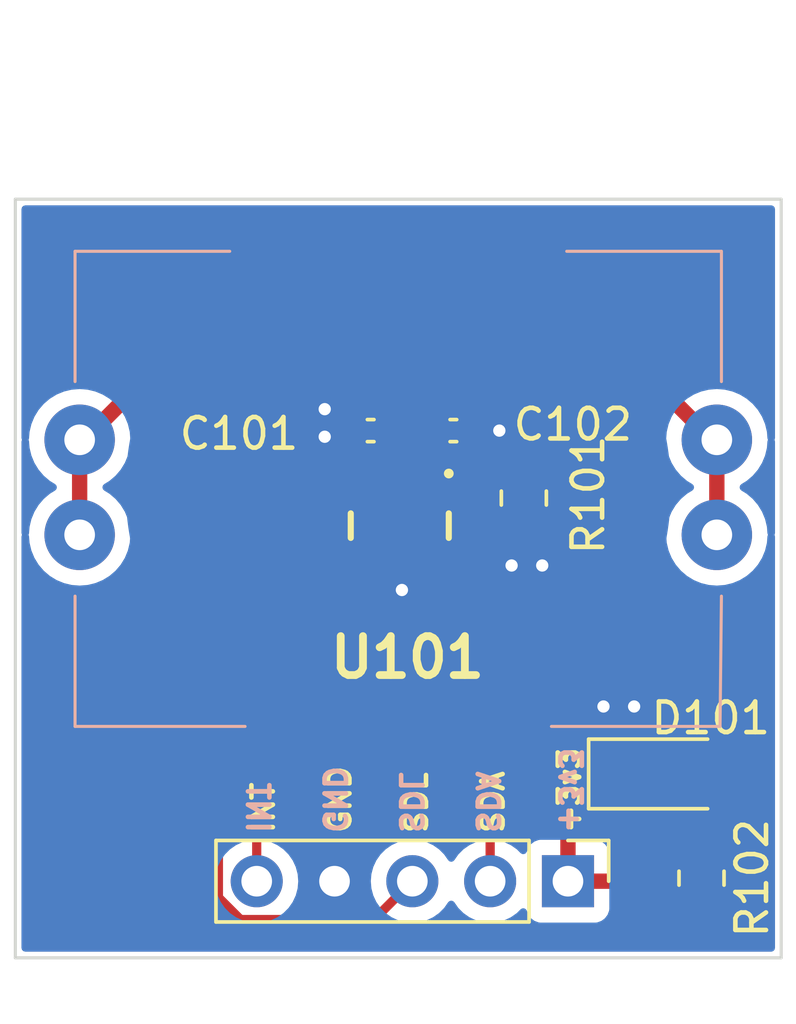
<source format=kicad_pcb>
(kicad_pcb (version 20221018) (generator pcbnew)
  (layers (0 "F.Cu" signal) (31 "B.Cu" signal) (34 "B.Paste" user) (35 "F.Paste" user) (36 "B.SilkS" user "B.Silkscreen") (37 "F.SilkS" user "F.Silkscreen") (38 "B.Mask" user) (39 "F.Mask" user) (44 "Edge.Cuts" user))
  (net 0 "")
  (net 1 "VDC")
  (net 2 "GND")
  (net 3 "+3.3V")
  (net 4 "Net-(D101-A)")
  (net 5 "/SDA")
  (net 6 "/SDL")
  (net 7 "/INT")
  (net 8 "Net-(U101-FOE)")
  (footprint "JDMC:ECSRTC32255699C3TR" (layer "F.Cu") (at 146.05 60.9 180)
    (fp_text reference "U101" (at -0.25 -4.3) (layer "F.SilkS") (effects (font (size 1.27 1.27) (thickness 0.254))))
    (fp_text value "ECS-RTC-3225-5699C3-TR" hide)
    (fp_line (start -1.6 -0.4) (end -1.6 0.4) (stroke (width 0.2)) (layer "F.SilkS"))
    (fp_line (start 1.6 -0.4) (end 1.6 0.4) (stroke (width 0.2)) (layer "F.SilkS"))
    (fp_circle (center -1.6 1.7) (end -1.5 1.7) (stroke (width 0.12)) (fill solid) (layer "F.SilkS"))
    (pad "1" smd rect (at -1.55 1 180) (size 0.7 0.9) (layers "F.Cu" "F.Paste" "F.Mask") (net 8 "Net-(U101-FOE)"))
    (pad "2" smd rect (at -0.7 1 180) (size 0.4 0.9) (layers "F.Cu" "F.Paste" "F.Mask") (net 3 "+3.3V"))
    (pad "3" smd rect (at 0 1 180) (size 0.4 0.9) (layers "F.Cu" "F.Paste" "F.Mask") (net 1 "VDC"))
    (pad "4" smd rect (at 0.7 1 180) (size 0.4 0.9) (layers "F.Cu" "F.Paste" "F.Mask"))
    (pad "5" smd rect (at 1.55 1 180) (size 0.7 0.9) (layers "F.Cu" "F.Paste" "F.Mask") (net 6 "/SDL"))
    (pad "6" smd rect (at 1.55 -1 180) (size 0.7 0.9) (layers "F.Cu" "F.Paste" "F.Mask"))
    (pad "7" smd rect (at 0.7 -1 180) (size 0.4 0.9) (layers "F.Cu" "F.Paste" "F.Mask") (net 5 "/SDA"))
    (pad "8" smd rect (at 0 -1 180) (size 0.4 0.9) (layers "F.Cu" "F.Paste" "F.Mask"))
    (pad "9" smd rect (at -0.7 -1 180) (size 0.4 0.9) (layers "F.Cu" "F.Paste" "F.Mask") (net 2 "GND"))
    (pad "10" smd rect (at -1.55 -1 180) (size 0.7 0.9) (layers "F.Cu" "F.Paste" "F.Mask") (net 7 "/INT"))
  )
  (footprint "Resistor_SMD:R_0805_2012Metric" (layer "F.Cu") (at 155.9 72.4 -90)
    (fp_text reference "R102" (at 0 -1.65 90) (layer "F.SilkS"))
    (fp_text value "2k2")
    (fp_line (start -0.227064 -0.735) (end 0.227064 -0.735) (stroke (width 0.12)) (layer "F.SilkS"))
    (fp_line (start -0.227064 0.735) (end 0.227064 0.735) (stroke (width 0.12)) (layer "F.SilkS"))
    (pad "1" smd roundrect (at -0.9125 0 270) (size 1.025 1.4) (layers "F.Cu" "F.Paste" "F.Mask") (roundrect_rratio 0.243902) (net 4 "Net-(D101-A)"))
    (pad "2" smd roundrect (at 0.9125 0 270) (size 1.025 1.4) (layers "F.Cu" "F.Paste" "F.Mask") (roundrect_rratio 0.243902) (net 3 "+3.3V"))
  )
  (footprint "Capacitor_SMD:C_0402_1005Metric" (layer "F.Cu") (at 147.8 57.8)
    (fp_text reference "C102" (at 3.9 -0.2) (layer "F.SilkS"))
    (fp_text value "100nF")
    (fp_line (start -0.107836 -0.36) (end 0.107836 -0.36) (stroke (width 0.12)) (layer "F.SilkS"))
    (fp_line (start -0.107836 0.36) (end 0.107836 0.36) (stroke (width 0.12)) (layer "F.SilkS"))
    (pad "1" smd roundrect (at -0.48 0) (size 0.56 0.62) (layers "F.Cu" "F.Paste" "F.Mask") (net 3 "+3.3V"))
    (pad "2" smd roundrect (at 0.48 0) (size 0.56 0.62) (layers "F.Cu" "F.Paste" "F.Mask") (net 2 "GND"))
  )
  (footprint "Connector_PinHeader_2.54mm:PinHeader_1x05_P2.54mm_Vertical" (layer "F.Cu") (at 151.54 72.5 -90)
    (fp_text reference "J101" hide)
    (fp_text value "Conn_01x05")
    (fp_line (start -1.33 -1.33) (end 0 -1.33) (stroke (width 0.12)) (layer "F.SilkS"))
    (fp_line (start -1.33 0) (end -1.33 -1.33) (stroke (width 0.12)) (layer "F.SilkS"))
    (fp_line (start -1.33 1.27) (end -1.33 11.49) (stroke (width 0.12)) (layer "F.SilkS"))
    (fp_line (start -1.33 1.27) (end 1.33 1.27) (stroke (width 0.12)) (layer "F.SilkS"))
    (fp_line (start -1.33 11.49) (end 1.33 11.49) (stroke (width 0.12)) (layer "F.SilkS"))
    (fp_line (start 1.33 1.27) (end 1.33 11.49) (stroke (width 0.12)) (layer "F.SilkS"))
    (pad "1" thru_hole rect (at 0 0 270) (size 1.7 1.7) (drill 1) (layers "*.Cu" "*.Mask") (net 3 "+3.3V"))
    (pad "2" thru_hole oval (at 0 2.54 270) (size 1.7 1.7) (drill 1) (layers "*.Cu" "*.Mask") (net 5 "/SDA"))
    (pad "3" thru_hole oval (at 0 5.08 270) (size 1.7 1.7) (drill 1) (layers "*.Cu" "*.Mask") (net 6 "/SDL"))
    (pad "4" thru_hole oval (at 0 7.62 270) (size 1.7 1.7) (drill 1) (layers "*.Cu" "*.Mask") (net 2 "GND"))
    (pad "5" thru_hole oval (at 0 10.16 270) (size 1.7 1.7) (drill 1) (layers "*.Cu" "*.Mask") (net 7 "/INT"))
  )
  (footprint "LED_SMD:LED_1206_3216Metric" (layer "F.Cu") (at 154.5 69)
    (fp_text reference "D101" (at 1.7 -1.82) (layer "F.SilkS"))
    (fp_text value "LED_Small")
    (fp_line (start -2.285 -1.135) (end -2.285 1.135) (stroke (width 0.12)) (layer "F.SilkS"))
    (fp_line (start -2.285 1.135) (end 1.6 1.135) (stroke (width 0.12)) (layer "F.SilkS"))
    (fp_line (start 1.6 -1.135) (end -2.285 -1.135) (stroke (width 0.12)) (layer "F.SilkS"))
    (pad "1" smd roundrect (at -1.4 0) (size 1.25 1.75) (layers "F.Cu" "F.Paste" "F.Mask") (roundrect_rratio 0.2) (net 2 "GND"))
    (pad "2" smd roundrect (at 1.4 0) (size 1.25 1.75) (layers "F.Cu" "F.Paste" "F.Mask") (roundrect_rratio 0.2) (net 4 "Net-(D101-A)"))
  )
  (footprint "Capacitor_SMD:C_0402_1005Metric" (layer "F.Cu") (at 145.1 57.8 180)
    (fp_text reference "C101" (at 4.3 -0.1) (layer "F.SilkS"))
    (fp_text value "100nF")
    (fp_line (start -0.107836 -0.36) (end 0.107836 -0.36) (stroke (width 0.12)) (layer "F.SilkS"))
    (fp_line (start -0.107836 0.36) (end 0.107836 0.36) (stroke (width 0.12)) (layer "F.SilkS"))
    (pad "1" smd roundrect (at -0.48 0 180) (size 0.56 0.62) (layers "F.Cu" "F.Paste" "F.Mask") (net 1 "VDC"))
    (pad "2" smd roundrect (at 0.48 0 180) (size 0.56 0.62) (layers "F.Cu" "F.Paste" "F.Mask") (net 2 "GND"))
  )
  (footprint "Resistor_SMD:R_0805_2012Metric" (layer "F.Cu") (at 150.1 60 -90)
    (fp_text reference "R101" (at -0.1 -2.1 90) (layer "F.SilkS"))
    (fp_text value "10k")
    (fp_line (start -0.227064 -0.735) (end 0.227064 -0.735) (stroke (width 0.12)) (layer "F.SilkS"))
    (fp_line (start -0.227064 0.735) (end 0.227064 0.735) (stroke (width 0.12)) (layer "F.SilkS"))
    (pad "1" smd roundrect (at -0.9125 0 270) (size 1.025 1.4) (layers "F.Cu" "F.Paste" "F.Mask") (roundrect_rratio 0.243902) (net 8 "Net-(U101-FOE)"))
    (pad "2" smd roundrect (at 0.9125 0 270) (size 1.025 1.4) (layers "F.Cu" "F.Paste" "F.Mask") (roundrect_rratio 0.243902) (net 2 "GND"))
  )
  (footprint "JDMC:BATHLD001THM" (layer "B.Cu") (at 146 59.7)
    (fp_text reference "U102" hide)
    (fp_text value "BAT-HLD-001-THM" hide)
    (fp_line (start -10.55 -7.75) (end -5.5 -7.75) (stroke (width 0.1)) (layer "B.SilkS"))
    (fp_line (start -10.55 -3.5) (end -10.55 -7.75) (stroke (width 0.1)) (layer "B.SilkS"))
    (fp_line (start -10.55 7.75) (end -10.55 3.5) (stroke (width 0.1)) (layer "B.SilkS"))
    (fp_line (start -5 7.75) (end -10.55 7.75) (stroke (width 0.1)) (layer "B.SilkS"))
    (fp_line (start 5 7.75) (end 10.505 7.75) (stroke (width 0.1)) (layer "B.SilkS"))
    (fp_line (start 10.505 7.75) (end 10.55 3.5) (stroke (width 0.1)) (layer "B.SilkS"))
    (fp_line (start 10.55 -7.75) (end 5.5 -7.75) (stroke (width 0.1)) (layer "B.SilkS"))
    (fp_line (start 10.55 -3.5) (end 10.55 -7.75) (stroke (width 0.1)) (layer "B.SilkS"))
    (pad "1" thru_hole circle (at -10.4 1.5) (size 2.3 2.3) (drill 1) (layers "*.Cu" "*.Mask") (net 1 "VDC"))
    (pad "2" thru_hole circle (at -10.4 -1.6) (size 2.3 2.3) (drill 1) (layers "*.Cu" "*.Mask") (net 1 "VDC"))
    (pad "3" thru_hole circle (at 10.4 -1.6) (size 2.3 2.3) (drill 1) (layers "*.Cu" "*.Mask") (net 1 "VDC"))
    (pad "4" thru_hole circle (at 10.4 1.5) (size 2.3 2.3) (drill 1) (layers "*.Cu" "*.Mask") (net 1 "VDC"))
    (pad "5" smd circle (at 0 0 270) (size 17.8 17.8) (layers "B.Cu" "B.Paste" "B.Mask") (net 2 "GND"))
  )
  (gr_line (start 158.5 50.25) (end 158.5 75) (stroke (width 0.1)) (layer "Edge.Cuts"))
  (gr_line (start 133.5 50.25) (end 158.5 50.25) (stroke (width 0.1)) (layer "Edge.Cuts"))
  (gr_line (start 133.5 50.25) (end 133.5 75) (stroke (width 0.1)) (layer "Edge.Cuts"))
  (gr_line (start 158.5 75) (end 133.5 75) (stroke (width 0.1)) (layer "Edge.Cuts"))
  (gr_text "SDA" (at 148.5 71 -90) (layer "B.SilkS") (effects (font (size 0.7 0.7)) (justify left bottom mirror)))
  (gr_text "+3v3" (at 151.2 71 -90) (layer "B.SilkS") (effects (font (size 0.7 0.7)) (justify left bottom mirror)))
  (gr_text "GND" (at 143.5 71 -90) (layer "B.SilkS") (effects (font (size 0.7 0.7)) (justify left bottom mirror)))
  (gr_text "SDL" (at 146 71 -90) (layer "B.SilkS") (effects (font (size 0.7 0.7)) (justify left bottom mirror)))
  (gr_text "INT" (at 141 71 -90) (layer "B.SilkS") (effects (font (size 0.7 0.7)) (justify left bottom mirror)))
  (gr_text "+3v3" (at 152 71 90) (layer "F.SilkS") (effects (font (size 0.7 0.7)) (justify left bottom)))
  (gr_text "SDA" (at 149.5 71 90) (layer "F.SilkS") (effects (font (size 0.7 0.7)) (justify left bottom)))
  (gr_text "SDL" (at 147 71 90) (layer "F.SilkS") (effects (font (size 0.7 0.7)) (justify left bottom)))
  (gr_text "INT" (at 142 71 90) (layer "F.SilkS") (effects (font (size 0.7 0.7)) (justify left bottom)))
  (gr_text "GND" (at 144.5 71 90) (layer "F.SilkS") (effects (font (size 0.7 0.7)) (justify left bottom)))
  (segment (start 145.58 58.26066) (end 145.58 57.8) (width 0.5) (layer "F.Cu") (net 1))
  (segment (start 146.05 59.9) (end 146.05 58.73066) (width 0.5) (layer "F.Cu") (net 1))
  (segment (start 145.58 56.32) (end 146.1 55.8) (width 0.5) (layer "F.Cu") (net 1))
  (segment (start 145.58 57.8) (end 145.58 56.32) (width 0.5) (layer "F.Cu") (net 1))
  (segment (start 156.4 58.25) (end 156.4 61.35) (width 0.5) (layer "F.Cu") (net 1))
  (segment (start 135.6 61.35) (end 135.6 58.25) (width 0.5) (layer "F.Cu") (net 1))
  (segment (start 135.6 58.25) (end 137.53 56.32) (width 0.5) (layer "F.Cu") (net 1))
  (segment (start 146.05 58.73066) (end 145.58 58.26066) (width 0.5) (layer "F.Cu") (net 1))
  (segment (start 137.53 56.32) (end 145.58 56.32) (width 0.5) (layer "F.Cu") (net 1))
  (segment (start 146.1 55.8) (end 153.95 55.8) (width 0.5) (layer "F.Cu") (net 1))
  (segment (start 153.95 55.8) (end 156.4 58.25) (width 0.5) (layer "F.Cu") (net 1))
  (segment (start 150.1 61.8) (end 149.7 62.2) (width 0.5) (layer "F.Cu") (net 2))
  (segment (start 153.1 67.2) (end 152.7 66.8) (width 0.5) (layer "F.Cu") (net 2))
  (segment (start 150.7 62.2) (end 150.5 62.2) (width 0.5) (layer "F.Cu") (net 2))
  (segment (start 143.8 57.8) (end 143.6 58) (width 0.3) (layer "F.Cu") (net 2))
  (segment (start 144.3 57.8) (end 143.6 57.1) (width 0.5) (layer "F.Cu") (net 2))
  (segment (start 150.1 60.9125) (end 150.1 61.8) (width 0.5) (layer "F.Cu") (net 2))
  (segment (start 149.3 57.8) (end 148.28 57.8) (width 0.5) (layer "F.Cu") (net 2))
  (segment (start 153.1 67.4) (end 153.7 66.8) (width 0.5) (layer "F.Cu") (net 2))
  (segment (start 150.5 62.2) (end 150.1 61.8) (width 0.5) (layer "F.Cu") (net 2))
  (segment (start 153.1 69) (end 153.1 67.2) (width 0.5) (layer "F.Cu") (net 2))
  (segment (start 146.75 61.9) (end 146.75 62.580762) (width 0.5) (layer "F.Cu") (net 2))
  (segment (start 144.62 57.8) (end 143.8 57.8) (width 0.3) (layer "F.Cu") (net 2))
  (segment (start 144.62 57.8) (end 144.3 57.8) (width 0.3) (layer "F.Cu") (net 2))
  (segment (start 146.331262 62.9995) (end 146.119836 62.9995) (width 0.5) (layer "F.Cu") (net 2))
  (segment (start 153.1 69) (end 153.1 67.4) (width 0.5) (layer "F.Cu") (net 2))
  (segment (start 146.75 62.580762) (end 146.331262 62.9995) (width 0.5) (layer "F.Cu") (net 2))
  (via (at 146.119836 62.9995) (size 0.8) (drill 0.4) (layers "F.Cu" "B.Cu") (net 2))
  (via (at 143.6 57.1) (size 0.8) (drill 0.4) (layers "F.Cu" "B.Cu") (net 2))
  (via (at 149.7 62.2) (size 0.8) (drill 0.4) (layers "F.Cu" "B.Cu") (net 2))
  (via (at 150.7 62.2) (size 0.8) (drill 0.4) (layers "F.Cu" "B.Cu") (net 2))
  (via (at 152.7 66.8) (size 0.8) (drill 0.4) (layers "F.Cu" "B.Cu") (net 2))
  (via (at 149.3 57.8) (size 0.8) (drill 0.4) (layers "F.Cu" "B.Cu") (net 2))
  (via (at 153.7 66.8) (size 0.8) (drill 0.4) (layers "F.Cu" "B.Cu") (net 2))
  (via (at 143.6 58) (size 0.8) (drill 0.4) (layers "F.Cu" "B.Cu") (net 2))
  (segment (start 146.75 58.37) (end 147.32 57.8) (width 0.5) (layer "F.Cu") (net 3))
  (segment (start 146.75 59.9) (end 146.75 58.37) (width 0.4) (layer "F.Cu") (net 3))
  (segment (start 151.54 72.5) (end 155.0875 72.5) (width 0.5) (layer "F.Cu") (net 3))
  (segment (start 150.2 56.8) (end 148.064903 56.8) (width 0.5) (layer "F.Cu") (net 3))
  (segment (start 155.0875 72.5) (end 155.9 73.3125) (width 0.5) (layer "F.Cu") (net 3))
  (segment (start 151.54 58.14) (end 150.2 56.8) (width 0.5) (layer "F.Cu") (net 3))
  (segment (start 151.54 72.5) (end 151.54 58.14) (width 0.5) (layer "F.Cu") (net 3))
  (segment (start 148.064903 56.8) (end 147.32 57.544903) (width 0.5) (layer "F.Cu") (net 3))
  (segment (start 147.32 57.544903) (end 147.32 57.8) (width 0.5) (layer "F.Cu") (net 3))
  (segment (start 155.9 71.4875) (end 155.9 69) (width 0.5) (layer "F.Cu") (net 4))
  (segment (start 145.45 61.05) (end 145.35 61.15) (width 0.3) (layer "F.Cu") (net 5))
  (segment (start 148.35 61.05) (end 145.45 61.05) (width 0.3) (layer "F.Cu") (net 5))
  (segment (start 149 61.7) (end 148.35 61.05) (width 0.3) (layer "F.Cu") (net 5))
  (segment (start 145.35 61.15) (end 145.35 61.9) (width 0.3) (layer "F.Cu") (net 5))
  (segment (start 149 72.5) (end 149 61.7) (width 0.3) (layer "F.Cu") (net 5))
  (segment (start 140.85 73.75) (end 140.13 73.03) (width 0.3) (layer "F.Cu") (net 6))
  (segment (start 140.13 64.27) (end 144.5 59.9) (width 0.3) (layer "F.Cu") (net 6))
  (segment (start 146.46 72.5) (end 145.21 73.75) (width 0.3) (layer "F.Cu") (net 6))
  (segment (start 140.13 73.03) (end 140.13 64.27) (width 0.3) (layer "F.Cu") (net 6))
  (segment (start 145.21 73.75) (end 140.85 73.75) (width 0.3) (layer "F.Cu") (net 6))
  (segment (start 141.38 68.87) (end 141.38 72.5) (width 0.3) (layer "F.Cu") (net 7))
  (segment (start 141.15 72.27) (end 141.38 72.5) (width 0.3) (layer "F.Cu") (net 7))
  (segment (start 147.6 62.65) (end 141.38 68.87) (width 0.3) (layer "F.Cu") (net 7))
  (segment (start 147.6 61.9) (end 147.6 62.65) (width 0.3) (layer "F.Cu") (net 7))
  (segment (start 149.2875 59.9) (end 150.1 59.0875) (width 0.3) (layer "F.Cu") (net 8))
  (segment (start 147.6 59.9) (end 149.2875 59.9) (width 0.3) (layer "F.Cu") (net 8))
  (zone (net 2) (net_name "GND") (layer "B.Cu") (connect_pads yes (clearance 0.5)) (min_thickness 0.25) (fill yes (thermal_gap 0.5) (thermal_bridge_width 0.5))
    (polygon (pts (xy 133 50) (xy 159 50) (xy 159 76) (xy 133 76)))
  )
)
</source>
